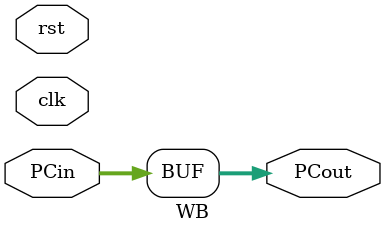
<source format=v>
module WB (clk, rst, PCin, PCout);
input clk;
input rst;
input [31:0] PCin;
output [31:0] PCout;

	assign PCout = PCin;

endmodule

</source>
